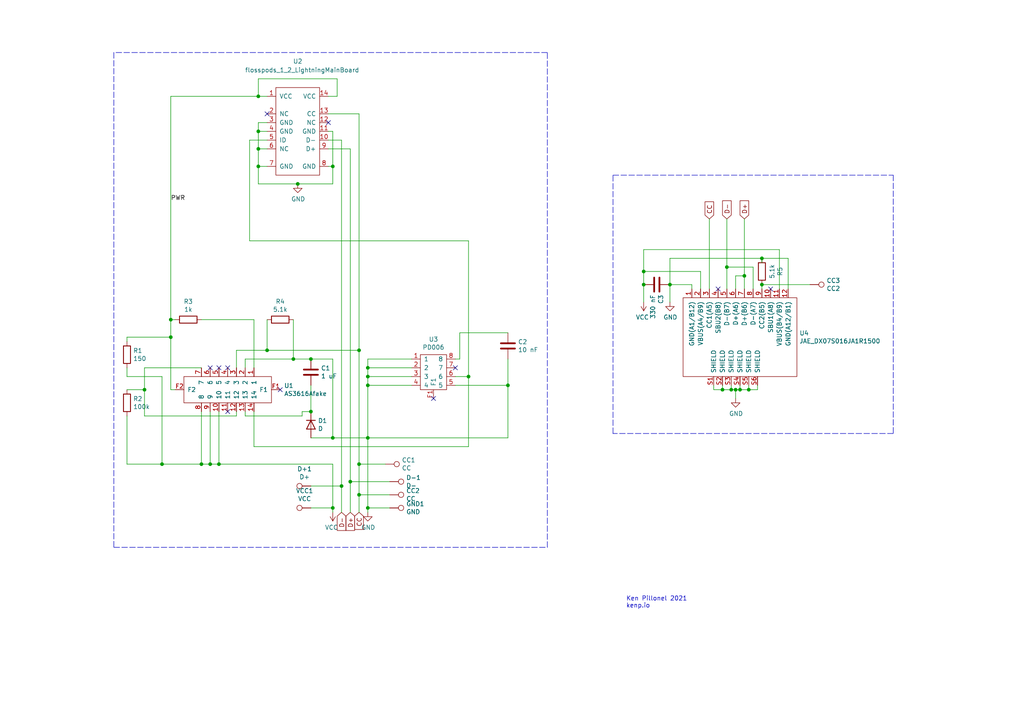
<source format=kicad_sch>
(kicad_sch (version 20211123) (generator eeschema)
  (paper "A4")
  (lib_symbols
    (symbol "Connector:TestPoint" (pin_numbers hide) (pin_names (offset 0.762) hide)
      (property "Reference" "TP" (at 0 6.858 0))
      (property "Value" "TestPoint" (at 0 5.08 0))
      (symbol "TestPoint_0_1"
        (circle (center 0 3.302) (radius 0.762))
      )
      (symbol "TestPoint_1_1"
        (pin passive line (at 0 0 90) (length 2.54) (name "1") (number "1"))
      )
    )
    (symbol "Device:C" (pin_numbers hide) (pin_names (offset 0.254))
      (property "Reference" "C" (at 0.635 2.54 0))
      (property "Value" "C" (at 0.635 -2.54 0))
      (symbol "C_0_1"
        (polyline (pts (xy -2.032 -0.762) (xy 2.032 -0.762)) (stroke (width 0.508)))
        (polyline (pts (xy -2.032 0.762) (xy 2.032 0.762)) (stroke (width 0.508)))
      )
      (symbol "C_1_1"
        (pin passive line (at 0 3.81 270) (length 2.794) (name "~") (number "1"))
        (pin passive line (at 0 -3.81 90) (length 2.794) (name "~") (number "2"))
      )
    )
    (symbol "Device:D" (pin_numbers hide) (pin_names (offset 1.016) hide)
      (property "Reference" "D" (at 0 2.54 0))
      (property "Value" "D" (at 0 -2.54 0))
      (symbol "D_0_1"
        (polyline (pts (xy -1.27 1.27) (xy -1.27 -1.27)) (stroke (width 0.254)))
        (polyline (pts (xy 1.27 0) (xy -1.27 0)))
        (polyline (pts (xy 1.27 1.27) (xy 1.27 -1.27) (xy -1.27 0) (xy 1.27 1.27)) (stroke (width 0.254)))
      )
      (symbol "D_1_1"
        (pin passive line (at -3.81 0 0) (length 2.54) (name "K") (number "1"))
        (pin passive line (at 3.81 0 180) (length 2.54) (name "A") (number "2"))
      )
    )
    (symbol "Device:R" (pin_numbers hide) (pin_names (offset 0))
      (property "Reference" "R" (at 2.032 0 90))
      (property "Value" "R" (at 0 0 90))
      (symbol "R_0_1"
        (rectangle (start -1.016 -2.54) (end 1.016 2.54) (stroke (width 0.254)))
      )
      (symbol "R_1_1"
        (pin passive line (at 0 3.81 270) (length 1.27) (name "~") (number "1"))
        (pin passive line (at 0 -3.81 90) (length 1.27) (name "~") (number "2"))
      )
    )
    (symbol "flosspods_1_2_flex:AS3616Afake" (pin_names (offset 1.016))
      (property "Reference" "U" (at 0 20.32 0))
      (property "Value" "AS3616Afake" (at 0 -22.86 0))
      (symbol "AS3616Afake_0_1"
        (rectangle (start -3.81 11.43) (end 3.81 -13.97))
      )
      (symbol "AS3616Afake_1_1"
        (pin input line (at -6.35 6.35 0) (length 2.54) (name "1") (number "1"))
        (pin input line (at 6.35 -3.81 180) (length 2.54) (name "10") (number "10"))
        (pin input line (at 6.35 -1.27 180) (length 2.54) (name "11") (number "11"))
        (pin input line (at 6.35 1.27 180) (length 2.54) (name "12") (number "12"))
        (pin input line (at 6.35 3.81 180) (length 2.54) (name "13") (number "13"))
        (pin input line (at 6.35 6.35 180) (length 2.54) (name "14") (number "14"))
        (pin input line (at -6.35 3.81 0) (length 2.54) (name "2") (number "2"))
        (pin input line (at -6.35 1.27 0) (length 2.54) (name "3") (number "3"))
        (pin input line (at -6.35 -1.27 0) (length 2.54) (name "4") (number "4"))
        (pin input line (at -6.35 -3.81 0) (length 2.54) (name "5") (number "5"))
        (pin input line (at -6.35 -6.35 0) (length 2.54) (name "6") (number "6"))
        (pin input line (at -6.35 -8.89 0) (length 2.54) (name "7") (number "7"))
        (pin input line (at 6.35 -8.89 180) (length 2.54) (name "8") (number "8"))
        (pin input line (at 6.35 -6.35 180) (length 2.54) (name "9") (number "9"))
        (pin input line (at 0 13.97 270) (length 2.54) (name "F1") (number "F1"))
        (pin input line (at 0 -16.51 90) (length 2.54) (name "F2") (number "F2"))
      )
    )
    (symbol "flosspods_1_2_flex:JAE_DX07S016JA1R1500" (pin_names (offset 1.016))
      (property "Reference" "U" (at 0 11.43 0))
      (property "Value" "JAE_DX07S016JA1R1500" (at 0 -29.21 0))
      (symbol "JAE_DX07S016JA1R1500_0_1"
        (rectangle (start -15.24 2.54) (end 17.78 -20.32))
      )
      (symbol "JAE_DX07S016JA1R1500_1_1"
        (pin input line (at -12.7 5.08 270) (length 2.54) (name "GND(A1/B12)") (number "1"))
        (pin input line (at 10.16 5.08 270) (length 2.54) (name "SBU1(A8)") (number "10"))
        (pin input line (at 12.7 5.08 270) (length 2.54) (name "VBUS(B4/B9)") (number "11"))
        (pin input line (at 15.24 5.08 270) (length 2.54) (name "GND(A12/B1)") (number "12"))
        (pin input line (at -10.16 5.08 270) (length 2.54) (name "VBUS(A4/B9)") (number "2"))
        (pin input line (at -7.62 5.08 270) (length 2.54) (name "CC1(A5)") (number "3"))
        (pin input line (at -5.08 5.08 270) (length 2.54) (name "SBU2(B8)") (number "4"))
        (pin input line (at -2.54 5.08 270) (length 2.54) (name "D-(B7)") (number "5"))
        (pin input line (at 0 5.08 270) (length 2.54) (name "D+(A6)") (number "6"))
        (pin input line (at 2.54 5.08 270) (length 2.54) (name "D+(B6)") (number "7"))
        (pin input line (at 5.08 5.08 270) (length 2.54) (name "D-(A7)") (number "8"))
        (pin input line (at 7.62 5.08 270) (length 2.54) (name "CC2(B5)") (number "9"))
        (pin input line (at -6.35 -22.86 90) (length 2.54) (name "SHIELD") (number "S1"))
        (pin input line (at -3.81 -22.86 90) (length 2.54) (name "SHIELD") (number "S2"))
        (pin input line (at -1.27 -22.86 90) (length 2.54) (name "SHIELD") (number "S3"))
        (pin input line (at 1.27 -22.86 90) (length 2.54) (name "SHIELD") (number "S4"))
        (pin input line (at 3.81 -22.86 90) (length 2.54) (name "SHIELD") (number "S5"))
        (pin input line (at 6.35 -22.86 90) (length 2.54) (name "SHIELD") (number "S6"))
      )
    )
    (symbol "flosspods_1_2_flex:PD006" (pin_names (offset 1.016))
      (property "Reference" "U" (at 0 6.35 0))
      (property "Value" "PD006" (at 0 -12.7 0))
      (symbol "PD006_0_1"
        (rectangle (start 3.81 -5.08) (end -3.81 5.08))
      )
      (symbol "PD006_1_1"
        (pin input line (at -6.35 3.81 0) (length 2.54) (name "1") (number "1"))
        (pin input line (at -6.35 1.27 0) (length 2.54) (name "2") (number "2"))
        (pin input line (at -6.35 -1.27 0) (length 2.54) (name "3") (number "3"))
        (pin input line (at -6.35 -3.81 0) (length 2.54) (name "4") (number "4"))
        (pin input line (at 6.35 -3.81 180) (length 2.54) (name "5") (number "5"))
        (pin input line (at 6.35 -1.27 180) (length 2.54) (name "6") (number "6"))
        (pin input line (at 6.35 1.27 180) (length 2.54) (name "7") (number "7"))
        (pin input line (at 6.35 3.81 180) (length 2.54) (name "8") (number "8"))
        (pin input line (at 0 -7.62 90) (length 2.54) (name "F1") (number "F1"))
      )
    )
    (symbol "flosspods_1_2_flex:flosspods_1_2_LightningMainBoard" (pin_names (offset 1.016))
      (property "Reference" "U" (at 0 13.97 0))
      (property "Value" "flosspods_1_2_LightningMainBoard" (at 1.27 -19.05 0))
      (symbol "flosspods_1_2_LightningMainBoard_1_1"
        (rectangle (start -12.7 -8.89) (end 12.7 3.81))
        (pin input line (at -10.16 -11.43 90) (length 2.54) (name "VCC") (number "1"))
        (pin input line (at 2.54 6.35 270) (length 2.54) (name "D-") (number "10"))
        (pin input line (at 0 6.35 270) (length 2.54) (name "GND") (number "11"))
        (pin input line (at -2.54 6.35 270) (length 2.54) (name "NC") (number "12"))
        (pin input line (at -5.08 6.35 270) (length 2.54) (name "CC") (number "13"))
        (pin input line (at -10.16 6.35 270) (length 2.54) (name "VCC") (number "14"))
        (pin input line (at -5.08 -11.43 90) (length 2.54) (name "NC") (number "2"))
        (pin input line (at -2.54 -11.43 90) (length 2.54) (name "GND") (number "3"))
        (pin input line (at 0 -11.43 90) (length 2.54) (name "GND") (number "4"))
        (pin input line (at 2.54 -11.43 90) (length 2.54) (name "ID") (number "5"))
        (pin input line (at 5.08 -11.43 90) (length 2.54) (name "NC") (number "6"))
        (pin input line (at 10.16 -11.43 90) (length 2.54) (name "GND") (number "7"))
        (pin input line (at 10.16 6.35 270) (length 2.54) (name "GND") (number "8"))
        (pin input line (at 5.08 6.35 270) (length 2.54) (name "D+") (number "9"))
      )
    )
    (symbol "power:GND" (power) (pin_names (offset 0))
      (property "Value" "GND" (at 0 -3.81 0))
      (symbol "GND_0_1"
        (polyline (pts (xy 0 0) (xy 0 -1.27) (xy 1.27 -1.27) (xy 0 -2.54) (xy -1.27 -1.27) (xy 0 -1.27)))
      )
      (symbol "GND_1_1"
        (pin power_in line (at 0 0 270) (length 0) hide (name "GND") (number "1"))
      )
    )
    (symbol "power:VCC" (power) (pin_names (offset 0))
      (property "Value" "VCC" (at 0 3.81 0))
      (symbol "VCC_0_1"
        (polyline (pts (xy -0.762 1.27) (xy 0 2.54)))
        (polyline (pts (xy 0 0) (xy 0 2.54)))
        (polyline (pts (xy 0 2.54) (xy 0.762 1.27)))
      )
      (symbol "VCC_1_1"
        (pin power_in line (at 0 0 90) (length 0) hide (name "VCC") (number "1"))
      )
    )
  )
  (junction (at 74.93 48.26))
  (junction (at 49.53 92.71))
  (junction (at 58.42 134.62))
  (junction (at 106.68 147.32))
  (junction (at 215.9 80.01))
  (junction (at 41.91 113.03))
  (junction (at 106.68 111.76))
  (junction (at 194.31 82.55))
  (junction (at 209.55 113.03))
  (junction (at 106.68 109.22))
  (junction (at 135.89 109.22))
  (junction (at 85.09 104.14))
  (junction (at 96.52 127))
  (junction (at 186.69 78.74))
  (junction (at 49.53 97.79))
  (junction (at 104.14 134.62))
  (junction (at 74.93 43.18))
  (junction (at 220.98 82.55))
  (junction (at 214.63 113.03))
  (junction (at 74.93 38.1))
  (junction (at 101.6 139.7))
  (junction (at 63.5 134.62))
  (junction (at 213.36 113.03))
  (junction (at 210.82 77.47))
  (junction (at 106.68 106.68))
  (junction (at 96.52 147.32))
  (junction (at 86.36 53.34))
  (junction (at 90.17 119.38))
  (junction (at 220.98 74.93))
  (junction (at 104.14 101.6))
  (junction (at 90.17 104.14))
  (junction (at 106.68 127))
  (junction (at 217.17 113.03))
  (junction (at 96.52 48.26))
  (junction (at 147.32 111.76))
  (junction (at 74.93 27.94))
  (junction (at 77.47 101.6))
  (junction (at 104.14 143.51))
  (junction (at 99.06 140.97))
  (junction (at 212.09 113.03))
  (junction (at 186.69 82.55))
  (junction (at 46.99 134.62))
  (junction (at 60.96 134.62))
  (no_connect (at 223.52 83.82))
  (no_connect (at 63.5 106.68))
  (no_connect (at 132.08 106.68))
  (no_connect (at 125.73 115.57))
  (no_connect (at 81.28 113.03))
  (no_connect (at 66.04 106.68))
  (no_connect (at 95.25 35.56))
  (no_connect (at 60.96 106.68))
  (no_connect (at 208.28 83.82))
  (no_connect (at 77.47 33.02))
  (no_connect (at 66.04 119.38))
  (wire (pts (xy 77.47 101.6) (xy 104.14 101.6)))
  (wire (pts (xy 74.93 48.26) (xy 74.93 43.18)))
  (wire (pts (xy 213.36 113.03) (xy 212.09 113.03)))
  (wire (pts (xy 214.63 113.03) (xy 213.36 113.03)))
  (wire (pts (xy 49.53 92.71) (xy 50.8 92.71)))
  (wire (pts (xy 58.42 134.62) (xy 60.96 134.62)))
  (wire (pts (xy 220.98 74.93) (xy 220.98 76.2)))
  (wire (pts (xy 74.93 22.86) (xy 74.93 27.94)))
  (wire (pts (xy 97.79 27.94) (xy 97.79 22.86)))
  (wire (pts (xy 60.96 134.62) (xy 63.5 134.62)))
  (wire (pts (xy 106.68 127) (xy 96.52 127)))
  (wire (pts (xy 77.47 92.71) (xy 77.47 101.6)))
  (wire (pts (xy 41.91 113.03) (xy 41.91 106.68)))
  (wire (pts (xy 36.83 97.79) (xy 36.83 99.06)))
  (polyline (pts (xy 177.8 125.73) (xy 177.8 50.8)))
  (wire (pts (xy 186.69 72.39) (xy 186.69 78.74)))
  (wire (pts (xy 220.98 83.82) (xy 220.98 82.55)))
  (wire (pts (xy 74.93 53.34) (xy 74.93 48.26)))
  (wire (pts (xy 36.83 134.62) (xy 36.83 120.65)))
  (wire (pts (xy 194.31 74.93) (xy 194.31 82.55)))
  (wire (pts (xy 63.5 119.38) (xy 63.5 134.62)))
  (wire (pts (xy 215.9 63.5) (xy 215.9 80.01)))
  (wire (pts (xy 96.52 147.32) (xy 96.52 148.59)))
  (wire (pts (xy 132.08 111.76) (xy 147.32 111.76)))
  (wire (pts (xy 212.09 111.76) (xy 212.09 113.03)))
  (polyline (pts (xy 158.75 158.75) (xy 158.75 15.24)))
  (wire (pts (xy 90.17 119.38) (xy 87.63 119.38)))
  (wire (pts (xy 194.31 82.55) (xy 194.31 87.63)))
  (wire (pts (xy 86.36 53.34) (xy 74.93 53.34)))
  (wire (pts (xy 74.93 27.94) (xy 77.47 27.94)))
  (wire (pts (xy 99.06 40.64) (xy 99.06 140.97)))
  (wire (pts (xy 106.68 109.22) (xy 106.68 106.68)))
  (wire (pts (xy 96.52 53.34) (xy 86.36 53.34)))
  (wire (pts (xy 106.68 127) (xy 106.68 147.32)))
  (wire (pts (xy 96.52 48.26) (xy 95.25 48.26)))
  (wire (pts (xy 41.91 113.03) (xy 41.91 120.65)))
  (wire (pts (xy 214.63 111.76) (xy 214.63 113.03)))
  (wire (pts (xy 213.36 80.01) (xy 215.9 80.01)))
  (wire (pts (xy 95.25 27.94) (xy 97.79 27.94)))
  (wire (pts (xy 209.55 111.76) (xy 209.55 113.03)))
  (wire (pts (xy 147.32 111.76) (xy 147.32 104.14)))
  (wire (pts (xy 60.96 119.38) (xy 60.96 134.62)))
  (wire (pts (xy 68.58 120.65) (xy 68.58 119.38)))
  (wire (pts (xy 85.09 92.71) (xy 85.09 104.14)))
  (wire (pts (xy 99.06 40.64) (xy 95.25 40.64)))
  (wire (pts (xy 101.6 139.7) (xy 101.6 148.59)))
  (polyline (pts (xy 33.02 158.75) (xy 158.75 158.75)))
  (wire (pts (xy 90.17 147.32) (xy 96.52 147.32)))
  (wire (pts (xy 74.93 48.26) (xy 77.47 48.26)))
  (wire (pts (xy 71.12 120.65) (xy 71.12 119.38)))
  (wire (pts (xy 46.99 134.62) (xy 36.83 134.62)))
  (wire (pts (xy 71.12 104.14) (xy 85.09 104.14)))
  (wire (pts (xy 106.68 106.68) (xy 106.68 104.14)))
  (wire (pts (xy 74.93 35.56) (xy 77.47 35.56)))
  (wire (pts (xy 74.93 43.18) (xy 74.93 38.1)))
  (wire (pts (xy 73.66 92.71) (xy 58.42 92.71)))
  (wire (pts (xy 215.9 80.01) (xy 215.9 83.82)))
  (wire (pts (xy 132.08 104.14) (xy 133.35 104.14)))
  (wire (pts (xy 95.25 33.02) (xy 104.14 33.02)))
  (wire (pts (xy 106.68 127) (xy 106.68 111.76)))
  (wire (pts (xy 217.17 113.03) (xy 214.63 113.03)))
  (wire (pts (xy 135.89 109.22) (xy 132.08 109.22)))
  (wire (pts (xy 209.55 113.03) (xy 207.01 113.03)))
  (polyline (pts (xy 33.02 15.24) (xy 33.02 158.75)))
  (wire (pts (xy 228.6 74.93) (xy 220.98 74.93)))
  (wire (pts (xy 213.36 115.57) (xy 213.36 113.03)))
  (wire (pts (xy 210.82 77.47) (xy 218.44 77.47)))
  (wire (pts (xy 41.91 120.65) (xy 68.58 120.65)))
  (wire (pts (xy 106.68 127) (xy 147.32 127)))
  (wire (pts (xy 90.17 104.14) (xy 85.09 104.14)))
  (wire (pts (xy 147.32 127) (xy 147.32 111.76)))
  (polyline (pts (xy 158.75 15.24) (xy 33.02 15.24)))
  (wire (pts (xy 95.25 43.18) (xy 101.6 43.18)))
  (wire (pts (xy 46.99 134.62) (xy 46.99 109.22)))
  (wire (pts (xy 68.58 101.6) (xy 68.58 106.68)))
  (wire (pts (xy 72.39 40.64) (xy 72.39 69.85)))
  (wire (pts (xy 220.98 74.93) (xy 194.31 74.93)))
  (wire (pts (xy 96.52 127) (xy 90.17 127)))
  (wire (pts (xy 186.69 78.74) (xy 186.69 82.55)))
  (wire (pts (xy 90.17 111.76) (xy 90.17 119.38)))
  (wire (pts (xy 74.93 38.1) (xy 74.93 35.56)))
  (wire (pts (xy 210.82 63.5) (xy 210.82 77.47)))
  (wire (pts (xy 113.03 147.32) (xy 106.68 147.32)))
  (wire (pts (xy 219.71 113.03) (xy 217.17 113.03)))
  (polyline (pts (xy 177.8 50.8) (xy 259.08 50.8)))
  (wire (pts (xy 46.99 109.22) (xy 36.83 109.22)))
  (wire (pts (xy 72.39 69.85) (xy 135.89 69.85)))
  (wire (pts (xy 90.17 140.97) (xy 99.06 140.97)))
  (wire (pts (xy 49.53 113.03) (xy 49.53 97.79)))
  (wire (pts (xy 106.68 111.76) (xy 119.38 111.76)))
  (wire (pts (xy 96.52 48.26) (xy 96.52 53.34)))
  (wire (pts (xy 99.06 140.97) (xy 99.06 148.59)))
  (wire (pts (xy 101.6 43.18) (xy 101.6 139.7)))
  (wire (pts (xy 228.6 83.82) (xy 228.6 74.93)))
  (wire (pts (xy 104.14 101.6) (xy 104.14 134.62)))
  (wire (pts (xy 106.68 147.32) (xy 106.68 148.59)))
  (wire (pts (xy 74.93 38.1) (xy 77.47 38.1)))
  (wire (pts (xy 87.63 119.38) (xy 87.63 120.65)))
  (wire (pts (xy 135.89 129.54) (xy 135.89 109.22)))
  (wire (pts (xy 219.71 111.76) (xy 219.71 113.03)))
  (polyline (pts (xy 259.08 50.8) (xy 259.08 125.73)))
  (wire (pts (xy 87.63 120.65) (xy 71.12 120.65)))
  (wire (pts (xy 41.91 106.68) (xy 58.42 106.68)))
  (wire (pts (xy 217.17 111.76) (xy 217.17 113.03)))
  (wire (pts (xy 186.69 82.55) (xy 186.69 87.63)))
  (wire (pts (xy 135.89 69.85) (xy 135.89 109.22)))
  (wire (pts (xy 234.95 82.55) (xy 220.98 82.55)))
  (wire (pts (xy 106.68 106.68) (xy 119.38 106.68)))
  (wire (pts (xy 36.83 113.03) (xy 41.91 113.03)))
  (wire (pts (xy 68.58 101.6) (xy 77.47 101.6)))
  (wire (pts (xy 200.66 82.55) (xy 194.31 82.55)))
  (wire (pts (xy 106.68 109.22) (xy 119.38 109.22)))
  (wire (pts (xy 104.14 143.51) (xy 104.14 148.59)))
  (wire (pts (xy 133.35 104.14) (xy 133.35 96.52)))
  (wire (pts (xy 97.79 22.86) (xy 74.93 22.86)))
  (wire (pts (xy 49.53 97.79) (xy 49.53 92.71)))
  (wire (pts (xy 50.8 113.03) (xy 49.53 113.03)))
  (wire (pts (xy 205.74 63.5) (xy 205.74 83.82)))
  (wire (pts (xy 96.52 134.62) (xy 96.52 147.32)))
  (wire (pts (xy 95.25 38.1) (xy 96.52 38.1)))
  (wire (pts (xy 213.36 83.82) (xy 213.36 80.01)))
  (wire (pts (xy 77.47 40.64) (xy 72.39 40.64)))
  (wire (pts (xy 73.66 129.54) (xy 135.89 129.54)))
  (wire (pts (xy 113.03 139.7) (xy 101.6 139.7)))
  (wire (pts (xy 63.5 134.62) (xy 96.52 134.62)))
  (wire (pts (xy 210.82 83.82) (xy 210.82 77.47)))
  (wire (pts (xy 73.66 106.68) (xy 73.66 92.71)))
  (wire (pts (xy 218.44 77.47) (xy 218.44 83.82)))
  (wire (pts (xy 203.2 78.74) (xy 186.69 78.74)))
  (wire (pts (xy 58.42 134.62) (xy 46.99 134.62)))
  (wire (pts (xy 212.09 113.03) (xy 209.55 113.03)))
  (wire (pts (xy 74.93 27.94) (xy 49.53 27.94)))
  (wire (pts (xy 58.42 119.38) (xy 58.42 134.62)))
  (wire (pts (xy 49.53 27.94) (xy 49.53 92.71)))
  (wire (pts (xy 106.68 111.76) (xy 106.68 109.22)))
  (wire (pts (xy 133.35 96.52) (xy 147.32 96.52)))
  (wire (pts (xy 226.06 72.39) (xy 186.69 72.39)))
  (wire (pts (xy 49.53 97.79) (xy 36.83 97.79)))
  (wire (pts (xy 104.14 134.62) (xy 104.14 143.51)))
  (wire (pts (xy 96.52 104.14) (xy 90.17 104.14)))
  (wire (pts (xy 74.93 43.18) (xy 77.47 43.18)))
  (polyline (pts (xy 259.08 125.73) (xy 177.8 125.73)))
  (wire (pts (xy 226.06 83.82) (xy 226.06 72.39)))
  (wire (pts (xy 203.2 78.74) (xy 203.2 83.82)))
  (wire (pts (xy 96.52 104.14) (xy 96.52 127)))
  (wire (pts (xy 113.03 143.51) (xy 104.14 143.51)))
  (wire (pts (xy 73.66 119.38) (xy 73.66 129.54)))
  (wire (pts (xy 96.52 38.1) (xy 96.52 48.26)))
  (wire (pts (xy 106.68 104.14) (xy 119.38 104.14)))
  (wire (pts (xy 71.12 104.14) (xy 71.12 106.68)))
  (wire (pts (xy 200.66 83.82) (xy 200.66 82.55)))
  (wire (pts (xy 207.01 113.03) (xy 207.01 111.76)))
  (wire (pts (xy 36.83 109.22) (xy 36.83 106.68)))
  (wire (pts (xy 104.14 33.02) (xy 104.14 101.6)))
  (wire (pts (xy 111.76 134.62) (xy 104.14 134.62)))
  (text "Ken Pillonel 2021\nkenp.io" (at 181.61 176.53 0) (effects (font (size 1.27 1.27)) (justify left bottom)))
  (label "PWR" (at 49.53 58.42 0))
  (global_label "D+" (shape input) (at 215.9 63.5 90) (property "Intersheet References" "${INTERSHEET_REFS}" (effects hide)))
  (global_label "D+" (shape input) (at 101.6 148.59 270) (property "Intersheet References" "${INTERSHEET_REFS}" (effects hide)))
  (global_label "CC" (shape input) (at 205.74 63.5 90) (property "Intersheet References" "${INTERSHEET_REFS}" (effects hide)))
  (global_label "D-" (shape input) (at 210.82 63.5 90) (property "Intersheet References" "${INTERSHEET_REFS}" (effects hide)))
  (global_label "CC" (shape input) (at 104.14 148.59 270) (property "Intersheet References" "${INTERSHEET_REFS}" (effects hide)))
  (global_label "D-" (shape input) (at 99.06 148.59 270) (property "Intersheet References" "${INTERSHEET_REFS}" (effects hide)))
  (symbol (lib_id "Device:R") (at 36.83 116.84 0) (unit 1)
    (property "Reference" "R2" (at 38.608 115.6716 0) (effects (justify left)))
    (property "Value" "100k" (at 38.608 117.983 0) (effects (justify left)))
    (property "Footprint" "Resistor_SMD:R_0201_0603Metric" (effects hide))
  )
  (symbol (lib_id "Device:R") (at 36.83 102.87 0) (unit 1)
    (property "Reference" "R1" (at 38.608 101.7016 0) (effects (justify left)))
    (property "Value" "150" (at 38.608 104.013 0) (effects (justify left)))
    (property "Footprint" "Resistor_SMD:R_0201_0603Metric" (effects hide))
  )
  (symbol (lib_id "Device:R") (at 54.61 92.71 90) (unit 1)
    (property "Reference" "R3" (at 54.61 87.4522 90))
    (property "Value" "1k" (at 54.61 89.7636 90))
    (property "Footprint" "Resistor_SMD:R_0201_0603Metric" (effects hide))
  )
  (symbol (lib_id "Device:R") (at 81.28 92.71 90) (unit 1)
    (property "Reference" "R4" (at 81.28 87.4522 90))
    (property "Value" "5.1k" (at 81.28 89.7636 90))
    (property "Footprint" "Resistor_SMD:R_0201_0603Metric" (effects hide))
  )
  (symbol (lib_id "Device:C") (at 90.17 107.95 0) (unit 1)
    (property "Reference" "C1" (at 93.091 106.7816 0) (effects (justify left)))
    (property "Value" "1 uF" (at 93.091 109.093 0) (effects (justify left)))
    (property "Footprint" "Capacitor_SMD:C_0201_0603Metric" (effects hide))
  )
  (symbol (lib_id "Device:C") (at 147.32 100.33 0) (unit 1)
    (property "Reference" "C2" (at 150.241 99.1616 0) (effects (justify left)))
    (property "Value" "10 nF" (at 150.241 101.473 0) (effects (justify left)))
    (property "Footprint" "Capacitor_SMD:C_0201_0603Metric" (effects hide))
  )
  (symbol (lib_id "Device:D") (at 90.17 123.19 270) (unit 1)
    (property "Reference" "D1" (at 92.202 122.0216 90) (effects (justify left)))
    (property "Value" "D" (at 92.202 124.333 90) (effects (justify left)))
    (property "Footprint" "Diode_SMD:D_SOD-523" (effects hide))
  )
  (symbol (lib_id "power:GND") (at 213.36 115.57 0) (unit 1)
    (property "Reference" "#PWR06" (effects hide))
    (property "Value" "GND" (at 213.487 119.9642 0))
  )
  (symbol (lib_id "power:GND") (at 194.31 87.63 0) (unit 1)
    (property "Reference" "#PWR05" (effects hide))
    (property "Value" "GND" (at 194.437 92.0242 0))
  )
  (symbol (lib_id "power:GND") (at 106.68 148.59 0) (unit 1)
    (property "Reference" "#PWR03" (effects hide))
    (property "Value" "GND" (at 106.807 152.9842 0))
  )
  (symbol (lib_id "power:VCC") (at 96.52 148.59 180) (unit 1)
    (property "Reference" "#PWR02" (effects hide))
    (property "Value" "VCC" (at 96.139 152.9842 0))
  )
  (symbol (lib_id "Connector:TestPoint") (at 113.03 147.32 270) (unit 1)
    (property "Reference" "GND1" (at 117.8052 146.1516 90) (effects (justify left)))
    (property "Value" "GND" (at 117.8052 148.463 90) (effects (justify left)))
    (property "Footprint" "TestPoint:TestPoint_Pad_D2.5mm" (effects hide))
  )
  (symbol (lib_id "Connector:TestPoint") (at 90.17 147.32 90) (unit 1)
    (property "Reference" "VCC1" (at 88.3412 142.367 90))
    (property "Value" "VCC" (at 88.3412 144.6784 90))
    (property "Footprint" "TestPoint:TestPoint_Pad_D2.5mm" (effects hide))
  )
  (symbol (lib_id "Connector:TestPoint") (at 113.03 143.51 270) (unit 1)
    (property "Reference" "CC2" (at 117.8052 142.3416 90) (effects (justify left)))
    (property "Value" "CC" (at 117.8052 144.653 90) (effects (justify left)))
    (property "Footprint" "TestPoint:TestPoint_Pad_D2.5mm" (effects hide))
  )
  (symbol (lib_id "power:VCC") (at 186.69 87.63 180) (unit 1)
    (property "Reference" "#PWR04" (effects hide))
    (property "Value" "VCC" (at 186.309 92.0242 0))
  )
  (symbol (lib_id "Connector:TestPoint") (at 113.03 139.7 270) (unit 1)
    (property "Reference" "D-1" (at 117.8052 138.5316 90) (effects (justify left)))
    (property "Value" "D-" (at 117.8052 140.843 90) (effects (justify left)))
    (property "Footprint" "TestPoint:TestPoint_Pad_D2.5mm" (effects hide))
  )
  (symbol (lib_id "Connector:TestPoint") (at 90.17 140.97 90) (unit 1)
    (property "Reference" "D+1" (at 88.3412 136.017 90))
    (property "Value" "D+" (at 88.3412 138.3284 90))
    (property "Footprint" "TestPoint:TestPoint_Pad_D2.5mm" (effects hide))
  )
  (symbol (lib_id "Connector:TestPoint") (at 234.95 82.55 270) (unit 1)
    (property "Reference" "CC3" (at 239.7252 81.3816 90) (effects (justify left)))
    (property "Value" "CC2" (at 239.7252 83.693 90) (effects (justify left)))
    (property "Footprint" "TestPoint:TestPoint_Pad_D2.5mm" (effects hide))
  )
  (symbol (lib_id "Device:C") (at 190.5 82.55 270) (unit 1)
    (property "Reference" "C3" (at 191.6684 85.471 0) (effects (justify left)))
    (property "Value" "330 nF" (at 189.357 85.471 0) (effects (justify left)))
    (property "Footprint" "Capacitor_SMD:C_0402_1005Metric" (effects hide))
  )
  (symbol (lib_id "Connector:TestPoint") (at 111.76 134.62 270) (unit 1)
    (property "Reference" "CC1" (at 116.5352 133.4516 90) (effects (justify left)))
    (property "Value" "CC" (at 116.5352 135.763 90) (effects (justify left)))
    (property "Footprint" "TestPoint:TestPoint_Pad_D2.5mm" (effects hide))
  )
  (symbol (lib_id "Device:R") (at 220.98 78.74 0) (unit 1)
    (property "Reference" "R5" (at 226.2378 78.74 90))
    (property "Value" "5.1k" (at 223.9264 78.74 90))
    (property "Footprint" "Resistor_SMD:R_0201_0603Metric" (effects hide))
  )
  (symbol (lib_id "flosspods_1_2_flex:AS3616Afake") (at 67.31 113.03 270) (unit 1)
    (property "Reference" "U1" (at 82.3976 111.8616 90) (effects (justify left)))
    (property "Value" "AS3616Afake" (at 82.3976 114.173 90) (effects (justify left)))
    (property "Footprint" "flosspods_1_2_flex:AS3616Afake" (effects hide))
  )
  (symbol (lib_id "flosspods_1_2_flex:JAE_DX07S016JA1R1500") (at 213.36 88.9 0) (unit 1)
    (property "Reference" "U4" (at 231.8512 96.6216 0) (effects (justify left)))
    (property "Value" "JAE_DX07S016JA1R1500" (at 231.8512 98.933 0) (effects (justify left)))
    (property "Footprint" "flosspods_1_2_flex:JAE_DX07S016JA1R1500" (effects hide))
  )
  (symbol (lib_id "flosspods_1_2_flex:PD006") (at 125.73 107.95 0) (unit 1)
    (property "Reference" "U3" (at 125.73 98.425 0))
    (property "Value" "PD006" (at 125.73 100.7364 0))
    (property "Footprint" "flosspods_1_2_flex:PD006" (effects hide))
  )
  (symbol (lib_id "power:GND") (at 86.36 53.34 0) (unit 1)
    (property "Reference" "#PWR01" (effects hide))
    (property "Value" "GND" (at 86.487 57.7342 0))
  )
  (symbol (lib_id "flosspods_1_2_flex:flosspods_1_2_LightningMainBoard") (at 88.9 38.1 270) (unit 1)
    (property "Reference" "U2" (at 86.36 17.78 90))
    (property "Value" "flosspods_1_2_LightningMainBoard" (at 87.63 20.32 90))
    (property "Footprint" "flosspods_1_2_flex:flosspods_1_2_LightningMainBoard" (effects hide))
  )
)
</source>
